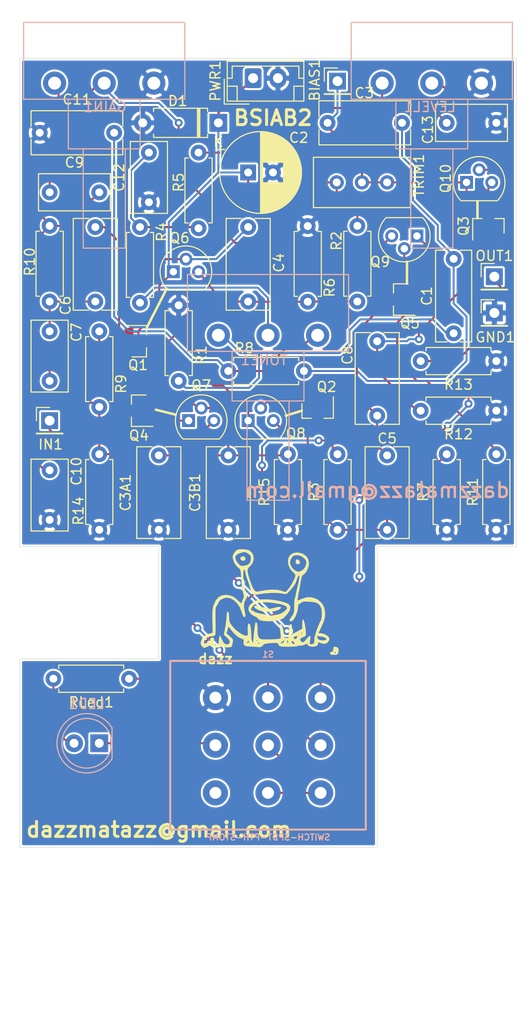
<source format=kicad_pcb>
(kicad_pcb (version 20171130) (host pcbnew "(5.1.12)-1")
  (layers (0 F.Cu signal) (31 B.Cu signal) (34 B.Paste user) (35 F.Paste user) (36 B.SilkS user) (37 F.SilkS user) (38 B.Mask user) (39 F.Mask user) (44 Edge.Cuts user))
  (net 0 "")
  (net 1 "Net-(C1-Pad1)")
  (net 2 "Net-(C1-Pad2)")
  (net 3 /9V)
  (net 4 GND)
  (net 5 /D5)
  (net 6 /S1D2)
  (net 7 /G1)
  (net 8 /S3D4)
  (net 9 /G3)
  (net 10 "Net-(C6-Pad1)")
  (net 11 "Net-(C7-Pad1)")
  (net 12 /G5)
  (net 13 /G4)
  (net 14 "Net-(C11-Pad2)")
  (net 15 "Net-(C12-Pad2)")
  (net 16 "Net-(C13-Pad2)")
  (net 17 /S2)
  (net 18 /S5)
  (net 19 /G2)
  (net 20 /S4)
  (net 21 "Net-(R4-Pad2)")
  (net 22 "Net-(S1-PadP$3)")
  (net 23 /PCB_IN)
  (net 24 "Net-(IN1-Pad1)")
  (net 25 "Net-(LED1-Pad1)")
  (net 26 "Net-(LED1-Pad2)")
  (net 27 /PCB_OUT)
  (net 28 "Net-(OUT1-Pad1)")
  (module toad-logo:toad (layer F.Cu) (at 125.4 155.2)
    (fp_text reference G*** hide)
    (fp_text value LOGO hide)
  )
  (module Potentiometer_THT:Potentiometer_Piher_T-16H_Single_Horizontal (layer B.Cu) (at 113.5 103 270)
    (fp_text reference GAIN1 (at 2.4 4.9 180) (layer B.SilkS) (effects (justify mirror)))
    (fp_text value A500K)
    (pad 3 thru_hole circle (at 0 10 270) (size 2.34 2.34) (drill 1.3) (layers *.Cu *.Mask) (net 11 "Net-(C7-Pad1)"))
    (pad 2 thru_hole circle (at 0 5 270) (size 2.34 2.34) (drill 1.3) (layers *.Cu *.Mask) (net 13 /G4))
    (pad 1 thru_hole circle (at 0 0 270) (size 2.34 2.34) (drill 1.3) (layers *.Cu *.Mask) (net 4 GND))
  )
  (module Capacitor_THT:C_Rect_L9.0mm_W3.4mm_P7.50mm_MKT (layer F.Cu) (at 143.7 120.7 270)
    (fp_text reference C1 (at 3.75 2.7 90) (layer F.SilkS))
    (fp_text value 100nF)
    (pad 1 thru_hole circle (at 0 0 270) (size 1.6 1.6) (drill 0.8) (layers *.Cu *.Mask) (net 1 "Net-(C1-Pad1)"))
    (pad 2 thru_hole circle (at 7.5 0 270) (size 1.6 1.6) (drill 0.8) (layers *.Cu *.Mask) (net 2 "Net-(C1-Pad2)"))
  )
  (module Diode_THT:D_A-405_P7.62mm_Horizontal (layer F.Cu) (at 120 107 180)
    (fp_text reference D1 (at 4.1 2.2) (layer F.SilkS))
    (fp_text value 1N400x)
    (fp_text user K (at 0 -1.9) (layer F.SilkS))
    (pad 1 thru_hole rect (at 0 0 180) (size 1.8 1.8) (drill 0.9) (layers *.Cu *.Mask) (net 3 /9V))
    (pad 2 thru_hole oval (at 7.62 0 180) (size 1.8 1.8) (drill 0.9) (layers *.Cu *.Mask) (net 4 GND))
  )
  (module Potentiometer_THT:Potentiometer_Piher_T-16H_Single_Horizontal (layer B.Cu) (at 146.5 103 270)
    (fp_text reference LEVEL1 (at 2.4 5.2 180) (layer B.SilkS) (effects (justify mirror)))
    (fp_text value A100K)
    (pad 3 thru_hole circle (at 0 10 270) (size 2.34 2.34) (drill 1.3) (layers *.Cu *.Mask) (net 16 "Net-(C13-Pad2)"))
    (pad 2 thru_hole circle (at 0 5 270) (size 2.34 2.34) (drill 1.3) (layers *.Cu *.Mask) (net 27 /PCB_OUT))
    (pad 1 thru_hole circle (at 0 0 270) (size 2.34 2.34) (drill 1.3) (layers *.Cu *.Mask) (net 4 GND))
  )
  (module Package_TO_SOT_SMD:SOT-23 (layer F.Cu) (at 112 129)
    (fp_text reference Q1 (at -0.1 2.4) (layer F.SilkS))
    (fp_text value 2N5457)
    (pad 1 smd rect (at -1 -0.95) (size 0.9 0.8) (layers F.Cu F.Paste F.Mask) (net 3 /9V))
    (pad 2 smd rect (at -1 0.95) (size 0.9 0.8) (layers F.Cu F.Paste F.Mask) (net 6 /S1D2))
    (pad 3 smd rect (at 1 0) (size 0.9 0.8) (layers F.Cu F.Paste F.Mask) (net 7 /G1))
  )
  (module Package_TO_SOT_SMD:SOT-23 (layer F.Cu) (at 130 136 270)
    (fp_text reference Q2 (at -2.4 -0.9 180) (layer F.SilkS))
    (fp_text value J201)
    (pad 1 smd rect (at -1 -0.95 270) (size 0.9 0.8) (layers F.Cu F.Paste F.Mask) (net 8 /S3D4))
    (pad 2 smd rect (at -1 0.95 270) (size 0.9 0.8) (layers F.Cu F.Paste F.Mask) (net 3 /9V))
    (pad 3 smd rect (at 1 0 270) (size 0.9 0.8) (layers F.Cu F.Paste F.Mask) (net 9 /G3))
  )
  (module Package_TO_SOT_SMD:SOT-23 (layer F.Cu) (at 147.2 117.4 90)
    (fp_text reference Q3 (at 0 -2.5 90) (layer F.SilkS))
    (fp_text value 2N5457)
    (pad 1 smd rect (at -1 -0.95 90) (size 0.9 0.8) (layers F.Cu F.Paste F.Mask) (net 5 /D5))
    (pad 2 smd rect (at -1 0.95 90) (size 0.9 0.8) (layers F.Cu F.Paste F.Mask) (net 18 /S5))
    (pad 3 smd rect (at 1 0 90) (size 0.9 0.8) (layers F.Cu F.Paste F.Mask) (net 12 /G5))
  )
  (module Package_TO_SOT_SMD:SOT-23 (layer F.Cu) (at 112 136 180)
    (fp_text reference Q4 (at 0 -2.5) (layer F.SilkS))
    (fp_text value 2N5457)
    (pad 3 smd rect (at 1 0 180) (size 0.9 0.8) (layers F.Cu F.Paste F.Mask) (net 19 /G2))
    (pad 2 smd rect (at -1 0.95 180) (size 0.9 0.8) (layers F.Cu F.Paste F.Mask) (net 17 /S2))
    (pad 1 smd rect (at -1 -0.95 180) (size 0.9 0.8) (layers F.Cu F.Paste F.Mask) (net 6 /S1D2))
  )
  (module Package_TO_SOT_SMD:SOT-23 (layer F.Cu) (at 138.4 124.8 180)
    (fp_text reference Q5 (at -0.9 -2.4) (layer F.SilkS))
    (fp_text value J201)
    (pad 1 smd rect (at -1 -0.95 180) (size 0.9 0.8) (layers F.Cu F.Paste F.Mask) (net 20 /S4))
    (pad 2 smd rect (at -1 0.95 180) (size 0.9 0.8) (layers F.Cu F.Paste F.Mask) (net 8 /S3D4))
    (pad 3 smd rect (at 1 0 180) (size 0.9 0.8) (layers F.Cu F.Paste F.Mask) (net 13 /G4))
  )
  (module Package_TO_SOT_THT:TO-92 (layer F.Cu) (at 115.46 122)
    (fp_text reference Q6 (at 0.64 -3.4) (layer F.SilkS))
    (fp_text value 2N5457)
    (pad 2 thru_hole circle (at 1.27 -1.27) (size 1.3 1.3) (drill 0.75) (layers *.Cu *.Mask) (net 6 /S1D2))
    (pad 3 thru_hole circle (at 2.54 0) (size 1.3 1.3) (drill 0.75) (layers *.Cu *.Mask) (net 7 /G1))
    (pad 1 thru_hole rect (at 0 0) (size 1.3 1.3) (drill 0.75) (layers *.Cu *.Mask) (net 3 /9V))
  )
  (module Package_TO_SOT_THT:TO-92 (layer F.Cu) (at 117 137)
    (fp_text reference Q7 (at 1.27 -3.56) (layer F.SilkS))
    (fp_text value 2N5457)
    (pad 1 thru_hole rect (at 0 0) (size 1.3 1.3) (drill 0.75) (layers *.Cu *.Mask) (net 6 /S1D2))
    (pad 3 thru_hole circle (at 2.54 0) (size 1.3 1.3) (drill 0.75) (layers *.Cu *.Mask) (net 19 /G2))
    (pad 2 thru_hole circle (at 1.27 -1.27) (size 1.3 1.3) (drill 0.75) (layers *.Cu *.Mask) (net 17 /S2))
  )
  (module Package_TO_SOT_THT:TO-92 (layer F.Cu) (at 123 137)
    (fp_text reference Q8 (at 4.8 1.3 180) (layer F.SilkS))
    (fp_text value J201)
    (pad 2 thru_hole circle (at 1.27 -1.27) (size 1.3 1.3) (drill 0.75) (layers *.Cu *.Mask) (net 8 /S3D4))
    (pad 3 thru_hole circle (at 2.54 0) (size 1.3 1.3) (drill 0.75) (layers *.Cu *.Mask) (net 9 /G3))
    (pad 1 thru_hole rect (at 0 0) (size 1.3 1.3) (drill 0.75) (layers *.Cu *.Mask) (net 3 /9V))
  )
  (module Package_TO_SOT_THT:TO-92 (layer F.Cu) (at 140 118.4 180)
    (fp_text reference Q9 (at 3.7 -2.6) (layer F.SilkS))
    (fp_text value J201)
    (pad 1 thru_hole rect (at 0 0 180) (size 1.3 1.3) (drill 0.75) (layers *.Cu *.Mask) (net 20 /S4))
    (pad 3 thru_hole circle (at 2.54 0 180) (size 1.3 1.3) (drill 0.75) (layers *.Cu *.Mask) (net 13 /G4))
    (pad 2 thru_hole circle (at 1.27 -1.27 180) (size 1.3 1.3) (drill 0.75) (layers *.Cu *.Mask) (net 8 /S3D4))
  )
  (module Package_TO_SOT_THT:TO-92 (layer F.Cu) (at 145 113)
    (fp_text reference Q10 (at -2.1 -0.4 90) (layer F.SilkS))
    (fp_text value 2N5457)
    (pad 2 thru_hole circle (at 1.27 -1.27) (size 1.3 1.3) (drill 0.75) (layers *.Cu *.Mask) (net 18 /S5))
    (pad 3 thru_hole circle (at 2.54 0) (size 1.3 1.3) (drill 0.75) (layers *.Cu *.Mask) (net 12 /G5))
    (pad 1 thru_hole rect (at 0 0) (size 1.3 1.3) (drill 0.75) (layers *.Cu *.Mask) (net 5 /D5))
  )
  (module Resistor_THT:R_Axial_DIN0207_L6.3mm_D2.5mm_P7.62mm_Horizontal (layer F.Cu) (at 116 133 90)
    (fp_text reference R1 (at 2.6 2.3 90) (layer F.SilkS))
    (fp_text value 82K)
    (pad 1 thru_hole circle (at 0 0 90) (size 1.6 1.6) (drill 0.8) (layers *.Cu *.Mask) (net 2 "Net-(C1-Pad2)"))
    (pad 2 thru_hole oval (at 7.62 0 90) (size 1.6 1.6) (drill 0.8) (layers *.Cu *.Mask) (net 4 GND))
  )
  (module Resistor_THT:R_Axial_DIN0207_L6.3mm_D2.5mm_P7.62mm_Horizontal (layer F.Cu) (at 134 125 90)
    (fp_text reference R2 (at 6.1 -2.1 90) (layer F.SilkS))
    (fp_text value 1M)
    (pad 2 thru_hole oval (at 7.62 0 90) (size 1.6 1.6) (drill 0.8) (layers *.Cu *.Mask) (net 3 /9V))
    (pad 1 thru_hole circle (at 0 0 90) (size 1.6 1.6) (drill 0.8) (layers *.Cu *.Mask) (net 7 /G1))
  )
  (module Resistor_THT:R_Axial_DIN0207_L6.3mm_D2.5mm_P7.62mm_Horizontal (layer F.Cu) (at 132 148 90)
    (fp_text reference R3 (at 3.81 -2.37 90) (layer F.SilkS))
    (fp_text value 1M)
    (pad 2 thru_hole oval (at 7.62 0 90) (size 1.6 1.6) (drill 0.8) (layers *.Cu *.Mask) (net 3 /9V))
    (pad 1 thru_hole circle (at 0 0 90) (size 1.6 1.6) (drill 0.8) (layers *.Cu *.Mask) (net 9 /G3))
  )
  (module Resistor_THT:R_Axial_DIN0207_L6.3mm_D2.5mm_P7.62mm_Horizontal (layer F.Cu) (at 112.1 117.5 270)
    (fp_text reference R4 (at 0.5 -2.2 90) (layer F.SilkS))
    (fp_text value 10K)
    (pad 2 thru_hole oval (at 7.62 0 270) (size 1.6 1.6) (drill 0.8) (layers *.Cu *.Mask) (net 21 "Net-(R4-Pad2)"))
    (pad 1 thru_hole circle (at 0 0 270) (size 1.6 1.6) (drill 0.8) (layers *.Cu *.Mask) (net 15 "Net-(C12-Pad2)"))
  )
  (module Resistor_THT:R_Axial_DIN0207_L6.3mm_D2.5mm_P7.62mm_Horizontal (layer F.Cu) (at 118 110 270)
    (fp_text reference R5 (at 3 2 90) (layer F.SilkS))
    (fp_text value 10K)
    (pad 1 thru_hole circle (at 0 0 270) (size 1.6 1.6) (drill 0.8) (layers *.Cu *.Mask) (net 16 "Net-(C13-Pad2)"))
    (pad 2 thru_hole oval (at 7.62 0 270) (size 1.6 1.6) (drill 0.8) (layers *.Cu *.Mask) (net 15 "Net-(C12-Pad2)"))
  )
  (module Resistor_THT:R_Axial_DIN0207_L6.3mm_D2.5mm_P7.62mm_Horizontal (layer F.Cu) (at 129 117.4 270)
    (fp_text reference R6 (at 6.2 -2.2 90) (layer F.SilkS))
    (fp_text value 1M)
    (pad 2 thru_hole oval (at 7.62 0 270) (size 1.6 1.6) (drill 0.8) (layers *.Cu *.Mask) (net 7 /G1))
    (pad 1 thru_hole circle (at 0 0 270) (size 1.6 1.6) (drill 0.8) (layers *.Cu *.Mask) (net 4 GND))
  )
  (module Resistor_THT:R_Axial_DIN0207_L6.3mm_D2.5mm_P7.62mm_Horizontal (layer F.Cu) (at 143 148 90)
    (fp_text reference R7 (at 3.81 -2.37 90) (layer F.SilkS))
    (fp_text value 1M)
    (pad 1 thru_hole circle (at 0 0 90) (size 1.6 1.6) (drill 0.8) (layers *.Cu *.Mask) (net 4 GND))
    (pad 2 thru_hole oval (at 7.62 0 90) (size 1.6 1.6) (drill 0.8) (layers *.Cu *.Mask) (net 9 /G3))
  )
  (module Resistor_THT:R_Axial_DIN0207_L6.3mm_D2.5mm_P7.62mm_Horizontal (layer F.Cu) (at 121 132)
    (fp_text reference R8 (at 1.609614 -2.310232 180) (layer F.SilkS))
    (fp_text value 47K)
    (pad 2 thru_hole oval (at 7.62 0) (size 1.6 1.6) (drill 0.8) (layers *.Cu *.Mask) (net 1 "Net-(C1-Pad1)"))
    (pad 1 thru_hole circle (at 0 0) (size 1.6 1.6) (drill 0.8) (layers *.Cu *.Mask) (net 14 "Net-(C11-Pad2)"))
  )
  (module Resistor_THT:R_Axial_DIN0207_L6.3mm_D2.5mm_P7.62mm_Horizontal (layer F.Cu) (at 108 128 270)
    (fp_text reference R9 (at 5.3 -2.2 90) (layer F.SilkS))
    (fp_text value 390R)
    (pad 1 thru_hole circle (at 0 0 270) (size 1.6 1.6) (drill 0.8) (layers *.Cu *.Mask) (net 19 /G2))
    (pad 2 thru_hole oval (at 7.62 0 270) (size 1.6 1.6) (drill 0.8) (layers *.Cu *.Mask) (net 23 /PCB_IN))
  )
  (module Resistor_THT:R_Axial_DIN0207_L6.3mm_D2.5mm_P7.62mm_Horizontal (layer F.Cu) (at 103 117.38 270)
    (fp_text reference R10 (at 3.62 2 90) (layer F.SilkS))
    (fp_text value 470K)
    (pad 1 thru_hole circle (at 0 0 270) (size 1.6 1.6) (drill 0.8) (layers *.Cu *.Mask) (net 11 "Net-(C7-Pad1)"))
    (pad 2 thru_hole oval (at 7.62 0 270) (size 1.6 1.6) (drill 0.8) (layers *.Cu *.Mask) (net 10 "Net-(C6-Pad1)"))
  )
  (module Resistor_THT:R_Axial_DIN0207_L6.3mm_D2.5mm_P7.62mm_Horizontal (layer F.Cu) (at 148 148 90)
    (fp_text reference R11 (at 3.81 -2.37 90) (layer F.SilkS))
    (fp_text value 120R)
    (pad 2 thru_hole oval (at 7.62 0 90) (size 1.6 1.6) (drill 0.8) (layers *.Cu *.Mask) (net 20 /S4))
    (pad 1 thru_hole circle (at 0 0 90) (size 1.6 1.6) (drill 0.8) (layers *.Cu *.Mask) (net 4 GND))
  )
  (module Resistor_THT:R_Axial_DIN0207_L6.3mm_D2.5mm_P7.62mm_Horizontal (layer F.Cu) (at 148 136 180)
    (fp_text reference R12 (at 3.81 -2.37) (layer F.SilkS))
    (fp_text value 82K)
    (pad 2 thru_hole oval (at 7.62 0 180) (size 1.6 1.6) (drill 0.8) (layers *.Cu *.Mask) (net 12 /G5))
    (pad 1 thru_hole circle (at 0 0 180) (size 1.6 1.6) (drill 0.8) (layers *.Cu *.Mask) (net 4 GND))
  )
  (module Resistor_THT:R_Axial_DIN0207_L6.3mm_D2.5mm_P7.62mm_Horizontal (layer F.Cu) (at 148 131 180)
    (fp_text reference R13 (at 3.81 -2.37) (layer F.SilkS))
    (fp_text value 5K6)
    (pad 1 thru_hole circle (at 0 0 180) (size 1.6 1.6) (drill 0.8) (layers *.Cu *.Mask) (net 4 GND))
    (pad 2 thru_hole oval (at 7.62 0 180) (size 1.6 1.6) (drill 0.8) (layers *.Cu *.Mask) (net 18 /S5))
  )
  (module Resistor_THT:R_Axial_DIN0207_L6.3mm_D2.5mm_P7.62mm_Horizontal (layer F.Cu) (at 108 148 90)
    (fp_text reference R14 (at 1.9 -2.1 90) (layer F.SilkS))
    (fp_text value 1M)
    (pad 1 thru_hole circle (at 0 0 90) (size 1.6 1.6) (drill 0.8) (layers *.Cu *.Mask) (net 4 GND))
    (pad 2 thru_hole oval (at 7.62 0 90) (size 1.6 1.6) (drill 0.8) (layers *.Cu *.Mask) (net 23 /PCB_IN))
  )
  (module Resistor_THT:R_Axial_DIN0207_L6.3mm_D2.5mm_P7.62mm_Horizontal (layer F.Cu) (at 127 148 90)
    (fp_text reference R15 (at 3.81 -2.37 90) (layer F.SilkS))
    (fp_text value 680)
    (pad 1 thru_hole circle (at 0 0 90) (size 1.6 1.6) (drill 0.8) (layers *.Cu *.Mask) (net 4 GND))
    (pad 2 thru_hole oval (at 7.62 0 90) (size 1.6 1.6) (drill 0.8) (layers *.Cu *.Mask) (net 17 /S2))
  )
  (module Potentiometer_THT:Potentiometer_Piher_T-16H_Single_Horizontal (layer B.Cu) (at 130 128.4 270)
    (fp_text reference TONE1 (at 2.5 5.4 180) (layer B.SilkS) (effects (justify mirror)))
    (fp_text value B100K)
    (pad 3 thru_hole circle (at 0 10 270) (size 2.34 2.34) (drill 1.3) (layers *.Cu *.Mask) (net 2 "Net-(C1-Pad2)"))
    (pad 2 thru_hole circle (at 0 5 270) (size 2.34 2.34) (drill 1.3) (layers *.Cu *.Mask) (net 21 "Net-(R4-Pad2)"))
    (pad 1 thru_hole circle (at 0 0 270) (size 2.34 2.34) (drill 1.3) (layers *.Cu *.Mask) (net 14 "Net-(C11-Pad2)"))
  )
  (module Potentiometer_THT:Potentiometer_Bourns_3296W_Vertical (layer F.Cu) (at 137 113)
    (fp_text reference TRIM1 (at 3.2 -0.7 90) (layer F.SilkS))
    (fp_text value 100K)
    (pad 1 thru_hole circle (at 0 0) (size 1.44 1.44) (drill 0.8) (layers *.Cu *.Mask) (net 5 /D5))
    (pad 2 thru_hole circle (at -2.54 0) (size 1.44 1.44) (drill 0.8) (layers *.Cu *.Mask) (net 5 /D5))
    (pad 3 thru_hole circle (at -5.08 0) (size 1.44 1.44) (drill 0.8) (layers *.Cu *.Mask) (net 3 /9V))
  )
  (module Capacitor_THT:CP_Radial_D8.0mm_P2.50mm (layer F.Cu) (at 123 112)
    (fp_text reference C2 (at 5.1 -3.5) (layer F.SilkS))
    (fp_text value 100uF)
    (pad 1 thru_hole rect (at 0 0) (size 1.6 1.6) (drill 0.8) (layers *.Cu *.Mask) (net 3 /9V))
    (pad 2 thru_hole circle (at 2.5 0) (size 1.6 1.6) (drill 0.8) (layers *.Cu *.Mask) (net 4 GND))
  )
  (module Capacitor_THT:C_Rect_L7.0mm_W3.5mm_P5.00mm (layer F.Cu) (at 103 133 90)
    (fp_text reference C7 (at 4.9 2.7 270) (layer F.SilkS))
    (fp_text value 470pF)
    (pad 1 thru_hole circle (at 0 0 90) (size 1.6 1.6) (drill 0.8) (layers *.Cu *.Mask) (net 11 "Net-(C7-Pad1)"))
    (pad 2 thru_hole circle (at 5 0 90) (size 1.6 1.6) (drill 0.8) (layers *.Cu *.Mask) (net 10 "Net-(C6-Pad1)"))
  )
  (module Capacitor_THT:C_Rect_L7.0mm_W3.5mm_P5.00mm (layer F.Cu) (at 103 114)
    (fp_text reference C9 (at 2.5 -3) (layer F.SilkS))
    (fp_text value 150pF)
    (pad 2 thru_hole circle (at 5 0) (size 1.6 1.6) (drill 0.8) (layers *.Cu *.Mask) (net 11 "Net-(C7-Pad1)"))
    (pad 1 thru_hole circle (at 0 0) (size 1.6 1.6) (drill 0.8) (layers *.Cu *.Mask) (net 13 /G4))
  )
  (module Capacitor_THT:C_Rect_L7.0mm_W3.5mm_P5.00mm (layer F.Cu) (at 103 147 90)
    (fp_text reference C10 (at 4.9 2.7 270) (layer F.SilkS))
    (fp_text value 250pF)
    (pad 1 thru_hole circle (at 0 0 90) (size 1.6 1.6) (drill 0.8) (layers *.Cu *.Mask) (net 4 GND))
    (pad 2 thru_hole circle (at 5 0 90) (size 1.6 1.6) (drill 0.8) (layers *.Cu *.Mask) (net 23 /PCB_IN))
  )
  (module Capacitor_THT:C_Rect_L7.0mm_W3.5mm_P5.00mm (layer F.Cu) (at 113 115 90)
    (fp_text reference C12 (at 2.5 -3 90) (layer F.SilkS))
    (fp_text value 2.2nF)
    (pad 1 thru_hole circle (at 0 0 90) (size 1.6 1.6) (drill 0.8) (layers *.Cu *.Mask) (net 4 GND))
    (pad 2 thru_hole circle (at 5 0 90) (size 1.6 1.6) (drill 0.8) (layers *.Cu *.Mask) (net 15 "Net-(C12-Pad2)"))
  )
  (module Capacitor_THT:C_Rect_L7.0mm_W3.5mm_P5.00mm (layer F.Cu) (at 148 107 180)
    (fp_text reference C13 (at 6.9 -0.7 90) (layer F.SilkS))
    (fp_text value 2.2nF)
    (pad 2 thru_hole circle (at 5 0 180) (size 1.6 1.6) (drill 0.8) (layers *.Cu *.Mask) (net 16 "Net-(C13-Pad2)"))
    (pad 1 thru_hole circle (at 0 0 180) (size 1.6 1.6) (drill 0.8) (layers *.Cu *.Mask) (net 4 GND))
  )
  (module Capacitor_THT:C_Rect_L9.0mm_W4.2mm_P7.50mm_MKT (layer F.Cu) (at 131 107)
    (fp_text reference C3 (at 3.7 -3) (layer F.SilkS))
    (fp_text value 1uF)
    (pad 1 thru_hole circle (at 0 0) (size 1.6 1.6) (drill 0.8) (layers *.Cu *.Mask) (net 5 /D5))
    (pad 2 thru_hole circle (at 7.5 0) (size 1.6 1.6) (drill 0.8) (layers *.Cu *.Mask) (net 1 "Net-(C1-Pad1)"))
  )
  (module Capacitor_THT:C_Rect_L9.0mm_W4.2mm_P7.50mm_MKT (layer F.Cu) (at 123 125 90)
    (fp_text reference C4 (at 3.9 3.1 90) (layer F.SilkS))
    (fp_text value 68nF)
    (pad 1 thru_hole circle (at 0 0 90) (size 1.6 1.6) (drill 0.8) (layers *.Cu *.Mask) (net 7 /G1))
    (pad 2 thru_hole circle (at 7.5 0 90) (size 1.6 1.6) (drill 0.8) (layers *.Cu *.Mask) (net 6 /S1D2))
  )
  (module Capacitor_THT:C_Rect_L9.0mm_W4.2mm_P7.50mm_MKT (layer F.Cu) (at 137 148 90)
    (fp_text reference C5 (at 9.2 0 180) (layer F.SilkS))
    (fp_text value 100nF)
    (pad 1 thru_hole circle (at 0 0 90) (size 1.6 1.6) (drill 0.8) (layers *.Cu *.Mask) (net 9 /G3))
    (pad 2 thru_hole circle (at 7.5 0 90) (size 1.6 1.6) (drill 0.8) (layers *.Cu *.Mask) (net 8 /S3D4))
  )
  (module Capacitor_THT:C_Rect_L9.0mm_W4.2mm_P7.50mm_MKT (layer F.Cu) (at 107.6 125 90)
    (fp_text reference C6 (at -0.4 -3 90) (layer F.SilkS))
    (fp_text value 22nF)
    (pad 2 thru_hole circle (at 7.5 0 90) (size 1.6 1.6) (drill 0.8) (layers *.Cu *.Mask) (net 6 /S1D2))
    (pad 1 thru_hole circle (at 0 0 90) (size 1.6 1.6) (drill 0.8) (layers *.Cu *.Mask) (net 10 "Net-(C6-Pad1)"))
  )
  (module Capacitor_THT:C_Rect_L9.0mm_W4.2mm_P7.50mm_MKT (layer F.Cu) (at 136 129 270)
    (fp_text reference C8 (at 1.4 3 90) (layer F.SilkS))
    (fp_text value 22nF)
    (pad 2 thru_hole circle (at 7.5 0 270) (size 1.6 1.6) (drill 0.8) (layers *.Cu *.Mask) (net 8 /S3D4))
    (pad 1 thru_hole circle (at 0 0 270) (size 1.6 1.6) (drill 0.8) (layers *.Cu *.Mask) (net 12 /G5))
  )
  (module Capacitor_THT:C_Rect_L9.0mm_W4.2mm_P7.50mm_MKT (layer F.Cu) (at 102 108)
    (fp_text reference C11 (at 3.75 -3.35) (layer F.SilkS))
    (fp_text value 22nF)
    (pad 2 thru_hole circle (at 7.5 0) (size 1.6 1.6) (drill 0.8) (layers *.Cu *.Mask) (net 14 "Net-(C11-Pad2)"))
    (pad 1 thru_hole circle (at 0 0) (size 1.6 1.6) (drill 0.8) (layers *.Cu *.Mask) (net 4 GND))
  )
  (module Capacitor_THT:C_Rect_L9.0mm_W4.2mm_P7.50mm_MKT (layer F.Cu) (at 114 148 90)
    (fp_text reference C3A1 (at 3.75 -3.35 90) (layer F.SilkS))
    (fp_text value 1uF)
    (pad 1 thru_hole circle (at 0 0 90) (size 1.6 1.6) (drill 0.8) (layers *.Cu *.Mask) (net 4 GND))
    (pad 2 thru_hole circle (at 7.5 0 90) (size 1.6 1.6) (drill 0.8) (layers *.Cu *.Mask) (net 17 /S2))
  )
  (module Capacitor_THT:C_Rect_L9.0mm_W4.2mm_P7.50mm_MKT (layer F.Cu) (at 121 148 90)
    (fp_text reference C3B1 (at 3.75 -3.35 90) (layer F.SilkS))
    (fp_text value 220nF)
    (pad 2 thru_hole circle (at 7.5 0 90) (size 1.6 1.6) (drill 0.8) (layers *.Cu *.Mask) (net 17 /S2))
    (pad 1 thru_hole circle (at 0 0 90) (size 1.6 1.6) (drill 0.8) (layers *.Cu *.Mask) (net 4 GND))
  )
  (module Connector_JST:JST_EH_B2B-EH-A_1x02_P2.50mm_Vertical (layer F.Cu) (at 123.5 102.5)
    (fp_text reference PWR1 (at -3.8 0.3 90) (layer F.SilkS))
    (fp_text value Conn_01x02_Female)
    (pad 1 thru_hole roundrect (at 0 0) (size 1.7 2) (drill 1) (layers *.Cu *.Mask) (roundrect_rratio 0.1470588235294118) (net 3 /9V))
    (pad 2 thru_hole oval (at 2.5 0) (size 1.7 2) (drill 1) (layers *.Cu *.Mask) (net 4 GND))
  )
  (module Connector_PinHeader_2.54mm:PinHeader_1x01_P2.54mm_Vertical (layer F.Cu) (at 132 102.8)
    (fp_text reference BIAS1 (at -2.3 -0.1 90) (layer F.SilkS))
    (fp_text value BIAS)
    (pad 1 thru_hole rect (at 0 0) (size 1.7 1.7) (drill 1) (layers *.Cu *.Mask) (net 5 /D5))
  )
  (module Connector_PinHeader_2.54mm:PinHeader_1x01_P2.54mm_Vertical (layer F.Cu) (at 147.8 126.15)
    (fp_text reference GND1 (at 0.1 2.45) (layer F.SilkS))
    (fp_text value GND)
    (pad 1 thru_hole rect (at 0 0) (size 1.7 1.7) (drill 1) (layers *.Cu *.Mask) (net 4 GND))
  )
  (module Connector_PinHeader_2.54mm:PinHeader_1x01_P2.54mm_Vertical (layer F.Cu) (at 103 137)
    (fp_text reference IN1 (at 0.1 2.4) (layer F.SilkS))
    (fp_text value IN)
    (pad 1 thru_hole rect (at 0 0) (size 1.7 1.7) (drill 1) (layers *.Cu *.Mask) (net 24 "Net-(IN1-Pad1)"))
  )
  (module Connector_PinHeader_2.54mm:PinHeader_1x01_P2.54mm_Vertical (layer F.Cu) (at 147.8 122.5)
    (fp_text reference OUT1 (at 0 -2.1) (layer F.SilkS))
    (fp_text value OUT)
    (pad 1 thru_hole rect (at 0 0) (size 1.7 1.7) (drill 1) (layers *.Cu *.Mask) (net 28 "Net-(OUT1-Pad1)"))
  )
  (module LED_THT:LED_D5.0mm (layer B.Cu) (at 108 169.5 180)
    (fp_text reference LED1 (at 1.27 3.96) (layer B.SilkS) (effects (justify mirror)))
    (fp_text value LED)
    (pad 1 thru_hole rect (at 0 0 180) (size 1.8 1.8) (drill 0.9) (layers *.Cu *.Mask) (net 25 "Net-(LED1-Pad1)"))
    (pad 2 thru_hole circle (at 2.54 0 180) (size 1.8 1.8) (drill 0.9) (layers *.Cu *.Mask) (net 26 "Net-(LED1-Pad2)"))
  )
  (module Resistor_THT:R_Axial_DIN0207_L6.3mm_D2.5mm_P7.62mm_Horizontal (layer F.Cu) (at 111 163 180)
    (fp_text reference RLed1 (at 3.81 -2.37) (layer F.SilkS))
    (fp_text value 4K7)
    (pad 1 thru_hole circle (at 0 0 180) (size 1.6 1.6) (drill 0.8) (layers *.Cu *.Mask) (net 3 /9V))
    (pad 2 thru_hole oval (at 7.62 0 180) (size 1.6 1.6) (drill 0.8) (layers *.Cu *.Mask) (net 26 "Net-(LED1-Pad2)"))
  )
  (module Switches:STOMP_SWITCH_3PDT (layer B.Cu) (at 125 169.7 180)
    (fp_text reference S1 (at 0 9.144) (layer B.SilkS) (effects (font (size 0.6096 0.6096) (thickness 0.127)) (justify mirror)))
    (fp_text value SWITCH-3PDT-PTH-STOMP (at 0 -9.271) (layer B.SilkS) (effects (font (size 0.6096 0.6096) (thickness 0.127)) (justify mirror)))
    (pad P$9 thru_hole circle (at 5.29844 -4.79806 180) (size 2.54 2.54) (drill 1.19888) (layers *.Cu *.Mask))
    (pad P$8 thru_hole circle (at 5.29844 0 180) (size 2.54 2.54) (drill 1.19888) (layers *.Cu *.Mask) (net 25 "Net-(LED1-Pad1)"))
    (pad P$7 thru_hole circle (at 5.29844 4.79806 180) (size 2.54 2.54) (drill 1.19888) (layers *.Cu *.Mask) (net 4 GND))
    (pad P$6 thru_hole circle (at 0 -4.79806 180) (size 2.54 2.54) (drill 1.19888) (layers *.Cu *.Mask) (net 22 "Net-(S1-PadP$3)"))
    (pad P$5 thru_hole circle (at 0 0 180) (size 2.54 2.54) (drill 1.19888) (layers *.Cu *.Mask) (net 28 "Net-(OUT1-Pad1)"))
    (pad P$4 thru_hole circle (at 0 4.79806 180) (size 2.54 2.54) (drill 1.19888) (layers *.Cu *.Mask) (net 27 /PCB_OUT))
    (pad P$3 thru_hole circle (at -5.29844 -4.79806 180) (size 2.54 2.54) (drill 1.19888) (layers *.Cu *.Mask) (net 22 "Net-(S1-PadP$3)"))
    (pad P$2 thru_hole circle (at -5.29844 0 180) (size 2.54 2.54) (drill 1.19888) (layers *.Cu *.Mask) (net 24 "Net-(IN1-Pad1)"))
    (pad P$1 thru_hole circle (at -5.29844 4.79806 180) (size 2.54 2.54) (drill 1.19888) (layers *.Cu *.Mask) (net 23 /PCB_IN))
  )
  (gr_text dazzmatazz@gmail.com (at 114 178.2) (layer F.SilkS) (effects (font (size 1.5 1.5) (thickness 0.3))))
  (gr_text dazz (at 119.7 161) (layer F.SilkS) (effects (font (size 1 1) (thickness 0.2))))
  (gr_line (start 100 180) (end 103 180) (layer Edge.Cuts) (width 0.05))
  (gr_line (start 100 161) (end 103 161) (layer Edge.Cuts) (width 0.05))
  (gr_line (start 103 180) (end 114 180) (layer Edge.Cuts) (width 0.05))
  (gr_line (start 100 161) (end 100 180) (layer Edge.Cuts) (width 0.05))
  (gr_line (start 114 161) (end 103 161) (layer Edge.Cuts) (width 0.05))
  (gr_line (start 114 149.7) (end 114 161) (layer Edge.Cuts) (width 0.05))
  (gr_line (start 136 149.7) (end 150 149.7) (layer Edge.Cuts) (width 0.05))
  (gr_line (start 136 180) (end 136 149.7) (layer Edge.Cuts) (width 0.05))
  (gr_line (start 114 180) (end 136 180) (layer Edge.Cuts) (width 0.05))
  (gr_line (start 100 149.7) (end 114 149.7) (layer Edge.Cuts) (width 0.05))
  (gr_line (start 146.1 114.9) (end 146.1 116.6) (layer F.SilkS) (width 0.25))
  (gr_line (start 139 121) (end 139 123.2) (layer F.SilkS) (width 0.25))
  (gr_line (start 112.8 127.6) (end 114.8 123.7) (layer F.SilkS) (width 0.25))
  (gr_line (start 126.8 136.5) (end 128.4 136) (layer F.SilkS) (width 0.25))
  (gr_line (start 113.7 135.9) (end 115.7 136.4) (layer F.SilkS) (width 0.25))
  (gr_text BSIAB2 (at 125.5 106.5) (layer F.SilkS) (effects (font (size 1.5 1.5) (thickness 0.3))))
  (gr_text dazzmatazz@gmail.com (at 136 144) (layer B.SilkS) (effects (font (size 1.5 1.5) (thickness 0.25)) (justify mirror)))
  (gr_line (start 100 149.7) (end 100 100.5) (layer Edge.Cuts) (width 0.05))
  (gr_line (start 150 100.5) (end 150 149.7) (layer Edge.Cuts) (width 0.05))
  (gr_line (start 100 100.5) (end 150 100.5) (layer Edge.Cuts) (width 0.05))
  (segment (start 128.62 132) (end 134 132) (width 0.2) (layer B.Cu) (net 1))
  (segment (start 134 132) (end 135 133) (width 0.2) (layer B.Cu) (net 1))
  (segment (start 135 133) (end 143 133) (width 0.2) (layer B.Cu) (net 1))
  (segment (start 143 133) (end 145 131) (width 0.2) (layer B.Cu) (net 1))
  (segment (start 145 131) (end 145 126.5) (width 0.2) (layer B.Cu) (net 1))
  (segment (start 143.7 125.2) (end 143.7 120.7) (width 0.2) (layer B.Cu) (net 1))
  (segment (start 145 126.5) (end 143.7 125.2) (width 0.2) (layer B.Cu) (net 1))
  (segment (start 143.7 120.7) (end 143.7 120.4) (width 0.2) (layer B.Cu) (net 1))
  (segment (start 143.7 120.4) (end 142.1 118.8) (width 0.2) (layer B.Cu) (net 1))
  (segment (start 142.1 118.8) (end 142.1 117.3) (width 0.2) (layer B.Cu) (net 1))
  (segment (start 142.1 117.3) (end 139.6 114.8) (width 0.2) (layer B.Cu) (net 1))
  (segment (start 139.6 114.8) (end 139.6 111.5) (width 0.2) (layer B.Cu) (net 1))
  (segment (start 138.5 110.4) (end 138.5 107) (width 0.2) (layer B.Cu) (net 1))
  (segment (start 139.6 111.5) (end 138.5 110.4) (width 0.2) (layer B.Cu) (net 1))
  (segment (start 116 133) (end 116 132.7) (width 0.2) (layer B.Cu) (net 2))
  (segment (start 143.7 128.2) (end 143 128.2) (width 0.2) (layer B.Cu) (net 2))
  (segment (start 143 128.2) (end 141.6 126.8) (width 0.2) (layer B.Cu) (net 2))
  (segment (start 141.6 126.8) (end 134.3 126.8) (width 0.2) (layer B.Cu) (net 2))
  (segment (start 134.3 126.8) (end 133.2 127.9) (width 0.2) (layer B.Cu) (net 2))
  (segment (start 133.2 127.9) (end 133.2 129.2) (width 0.2) (layer B.Cu) (net 2))
  (segment (start 133.2 129.2) (end 132.2 130.2) (width 0.2) (layer B.Cu) (net 2))
  (segment (start 122.2 130.2) (end 120 128) (width 0.2) (layer B.Cu) (net 2))
  (segment (start 120 128) (end 120.6 128) (width 0.2) (layer B.Cu) (net 2))
  (segment (start 124.1 131.5) (end 124.1 132.7) (width 0.2) (layer B.Cu) (net 2))
  (segment (start 124.1 132.7) (end 123.1 133.7) (width 0.2) (layer B.Cu) (net 2))
  (segment (start 116.7 133.7) (end 116 133) (width 0.2) (layer B.Cu) (net 2))
  (segment (start 123.1 133.7) (end 116.7 133.7) (width 0.2) (layer B.Cu) (net 2))
  (segment (start 124.1 131.5) (end 124.1 130.2) (width 0.2) (layer B.Cu) (net 2))
  (segment (start 124.1 130.2) (end 122.2 130.2) (width 0.2) (layer B.Cu) (net 2))
  (segment (start 132.2 130.2) (end 124.1 130.2) (width 0.2) (layer B.Cu) (net 2))
  (segment (start 117 131) (end 113 131) (width 0.2) (layer F.Cu) (net 3))
  (segment (start 113 131) (end 111.95 129.95) (width 0.2) (layer F.Cu) (net 3))
  (segment (start 119.479981 133.479981) (end 117 131) (width 0.2) (layer F.Cu) (net 3))
  (segment (start 123 136) (end 120.479981 133.479981) (width 0.2) (layer F.Cu) (net 3))
  (segment (start 111.95 129.95) (end 111.95 128.05) (width 0.2) (layer F.Cu) (net 3))
  (segment (start 120.479981 133.479981) (end 119.479981 133.479981) (width 0.2) (layer F.Cu) (net 3))
  (segment (start 123 137) (end 123 136) (width 0.2) (layer F.Cu) (net 3))
  (segment (start 111.95 128.05) (end 111 128.05) (width 0.2) (layer F.Cu) (net 3))
  (segment (start 120 112) (end 123 112) (width 0.2) (layer B.Cu) (net 3))
  (segment (start 115 117) (end 120 112) (width 0.2) (layer B.Cu) (net 3))
  (segment (start 115 122) (end 115 117) (width 0.2) (layer B.Cu) (net 3))
  (segment (start 125 139) (end 123 137) (width 0.2) (layer B.Cu) (net 3))
  (segment (start 123 112) (end 123 113) (width 0.2) (layer F.Cu) (net 3))
  (segment (start 123 113) (end 124 114) (width 0.2) (layer F.Cu) (net 3))
  (segment (start 114.05 123.41) (end 115.46 122) (width 0.2) (layer F.Cu) (net 3))
  (segment (start 120 107) (end 120 112) (width 0.2) (layer B.Cu) (net 3))
  (segment (start 131.5 139.88) (end 132 140.38) (width 0.2) (layer F.Cu) (net 3))
  (segment (start 130.9 136.1) (end 131.5 136.7) (width 0.2) (layer F.Cu) (net 3))
  (segment (start 129.9 136.1) (end 130.9 136.1) (width 0.2) (layer F.Cu) (net 3))
  (segment (start 129.05 135.25) (end 129.9 136.1) (width 0.2) (layer F.Cu) (net 3))
  (segment (start 129.05 135) (end 129.05 135.25) (width 0.2) (layer F.Cu) (net 3))
  (via (at 130.1 139) (size 0.8) (drill 0.4) (layers F.Cu B.Cu) (net 3))
  (segment (start 131.5 139) (end 130.1 139) (width 0.2) (layer F.Cu) (net 3))
  (segment (start 131.5 136.7) (end 131.5 139) (width 0.2) (layer F.Cu) (net 3))
  (segment (start 131.5 139) (end 131.5 139.88) (width 0.2) (layer F.Cu) (net 3))
  (segment (start 130.1 139) (end 129.6 139) (width 0.2) (layer B.Cu) (net 3))
  (segment (start 129.6 139) (end 125 139) (width 0.2) (layer B.Cu) (net 3))
  (segment (start 130 139) (end 129.6 139) (width 0.2) (layer B.Cu) (net 3))
  (segment (start 111.95 128.05) (end 111.95 127.95) (width 0.2) (layer F.Cu) (net 3))
  (segment (start 114.05 125.85) (end 114.05 123.41) (width 0.2) (layer F.Cu) (net 3))
  (segment (start 111.95 127.95) (end 114.05 125.85) (width 0.2) (layer F.Cu) (net 3))
  (segment (start 131.92 114.12) (end 131.92 113) (width 0.2) (layer F.Cu) (net 3))
  (segment (start 134 116.2) (end 131.92 114.12) (width 0.2) (layer F.Cu) (net 3))
  (segment (start 134 117.38) (end 134 116.2) (width 0.2) (layer F.Cu) (net 3))
  (segment (start 131.92 113) (end 130 113) (width 0.2) (layer F.Cu) (net 3))
  (segment (start 129 114) (end 124 114) (width 0.2) (layer F.Cu) (net 3))
  (segment (start 130 113) (end 129 114) (width 0.2) (layer F.Cu) (net 3))
  (segment (start 120 106) (end 123.5 102.5) (width 0.2) (layer F.Cu) (net 3))
  (segment (start 120 107) (end 120 106) (width 0.2) (layer F.Cu) (net 3))
  (segment (start 111 163) (end 114.6 163) (width 0.2) (layer F.Cu) (net 3))
  (segment (start 114.6 163) (end 115 163) (width 0.2) (layer F.Cu) (net 3))
  (via (at 124.4 141.5) (size 0.8) (drill 0.4) (layers F.Cu B.Cu) (net 3))
  (segment (start 124.4 139.6) (end 125 139) (width 0.2) (layer B.Cu) (net 3))
  (segment (start 124.4 141.5) (end 124.4 139.6) (width 0.2) (layer B.Cu) (net 3))
  (segment (start 124.4 141.5) (end 124.4 153.6) (width 0.2) (layer F.Cu) (net 3))
  (segment (start 115 163) (end 124.4 153.6) (width 0.2) (layer F.Cu) (net 3))
  (segment (start 148 126) (end 148 125.116009) (width 0.2) (layer B.Cu) (net 4))
  (segment (start 148 126) (end 148 125.9) (width 0.2) (layer B.Cu) (net 4))
  (segment (start 131 107) (end 131 107.4) (width 0.2) (layer F.Cu) (net 5))
  (segment (start 134.46 110.86) (end 134.46 113) (width 0.2) (layer F.Cu) (net 5))
  (segment (start 131 107.4) (end 134.46 110.86) (width 0.2) (layer F.Cu) (net 5))
  (segment (start 137 113) (end 134.46 113) (width 0.2) (layer F.Cu) (net 5))
  (segment (start 142 113) (end 145 113) (width 0.2) (layer F.Cu) (net 5))
  (segment (start 137 113) (end 142 113) (width 0.2) (layer F.Cu) (net 5))
  (segment (start 146.25 118.4) (end 146.25 117.85) (width 0.2) (layer F.Cu) (net 5))
  (segment (start 145 116.6) (end 145 113) (width 0.2) (layer F.Cu) (net 5))
  (segment (start 146.25 117.85) (end 145 116.6) (width 0.2) (layer F.Cu) (net 5))
  (segment (start 132 106) (end 131 107) (width 0.2) (layer B.Cu) (net 5))
  (segment (start 132 103) (end 132 106) (width 0.2) (layer B.Cu) (net 5))
  (segment (start 111 129.95) (end 110.95 129.95) (width 0.2) (layer F.Cu) (net 6))
  (segment (start 110.95 129.95) (end 110 129) (width 0.2) (layer F.Cu) (net 6))
  (segment (start 110 129) (end 110 124) (width 0.2) (layer F.Cu) (net 6))
  (segment (start 107.6 117.5) (end 107.6 117.6) (width 0.2) (layer F.Cu) (net 6))
  (segment (start 119.77 120.73) (end 123 117.5) (width 0.2) (layer B.Cu) (net 6))
  (segment (start 116.73 120.73) (end 119.77 120.73) (width 0.2) (layer B.Cu) (net 6))
  (segment (start 113.05 137) (end 113 136.95) (width 0.2) (layer F.Cu) (net 6))
  (segment (start 117 137) (end 113.05 137) (width 0.2) (layer F.Cu) (net 6))
  (segment (start 111 129.95) (end 111 132) (width 0.2) (layer F.Cu) (net 6))
  (segment (start 111 132) (end 112 133) (width 0.2) (layer F.Cu) (net 6))
  (segment (start 112 135.95) (end 113 136.95) (width 0.2) (layer F.Cu) (net 6))
  (segment (start 112 133) (end 112 135.95) (width 0.2) (layer F.Cu) (net 6))
  (segment (start 107.6 117.5) (end 108.5 117.5) (width 0.2) (layer F.Cu) (net 6))
  (segment (start 108.5 117.5) (end 110 119) (width 0.2) (layer F.Cu) (net 6))
  (segment (start 116.73 120.73) (end 110.27 120.73) (width 0.2) (layer F.Cu) (net 6))
  (segment (start 110.27 120.73) (end 110 121) (width 0.2) (layer F.Cu) (net 6))
  (segment (start 110 121) (end 110 124) (width 0.2) (layer F.Cu) (net 6))
  (segment (start 110 119) (end 110 121) (width 0.2) (layer F.Cu) (net 6))
  (segment (start 123 125) (end 120.54 125) (width 0.2) (layer F.Cu) (net 7))
  (segment (start 115 129) (end 119.77 124.23) (width 0.2) (layer F.Cu) (net 7))
  (segment (start 113 129) (end 115 129) (width 0.2) (layer F.Cu) (net 7))
  (segment (start 120.54 125) (end 119.77 124.23) (width 0.2) (layer F.Cu) (net 7))
  (segment (start 119.77 124.23) (end 118 122) (width 0.2) (layer F.Cu) (net 7))
  (segment (start 129.02 125) (end 129 125.02) (width 0.2) (layer F.Cu) (net 7))
  (segment (start 134 125) (end 129.02 125) (width 0.2) (layer F.Cu) (net 7))
  (segment (start 123.02 125.02) (end 123 125) (width 0.2) (layer F.Cu) (net 7))
  (segment (start 129 125.02) (end 123.02 125.02) (width 0.2) (layer F.Cu) (net 7))
  (segment (start 134.55 135.05) (end 136 136.5) (width 0.2) (layer F.Cu) (net 8))
  (segment (start 136 139.5) (end 137 140.5) (width 0.2) (layer F.Cu) (net 8))
  (segment (start 136 136.5) (end 136 139.5) (width 0.2) (layer F.Cu) (net 8))
  (segment (start 133.95 135.05) (end 134.55 135.05) (width 0.2) (layer F.Cu) (net 8))
  (segment (start 131 135.05) (end 130.95 135) (width 0.2) (layer F.Cu) (net 8))
  (segment (start 133.95 135.05) (end 131 135.05) (width 0.2) (layer F.Cu) (net 8))
  (segment (start 130.95 135) (end 130.95 134.45) (width 0.2) (layer F.Cu) (net 8))
  (segment (start 130.95 134.45) (end 130.5 134) (width 0.2) (layer F.Cu) (net 8))
  (segment (start 126 134) (end 124.27 135.73) (width 0.2) (layer F.Cu) (net 8))
  (segment (start 130.5 134) (end 126 134) (width 0.2) (layer F.Cu) (net 8))
  (segment (start 138.6 124.65) (end 139.4 123.85) (width 0.2) (layer F.Cu) (net 8))
  (segment (start 138.6 125.1) (end 138.6 124.65) (width 0.2) (layer F.Cu) (net 8))
  (segment (start 137.6 126.1) (end 138.6 125.1) (width 0.2) (layer F.Cu) (net 8))
  (segment (start 135.9 126.1) (end 137.6 126.1) (width 0.2) (layer F.Cu) (net 8))
  (segment (start 133.95 128.05) (end 135.9 126.1) (width 0.2) (layer F.Cu) (net 8))
  (segment (start 133.95 135.05) (end 133.95 128.05) (width 0.2) (layer F.Cu) (net 8))
  (segment (start 139.4 123.85) (end 139.4 122.2) (width 0.2) (layer F.Cu) (net 8))
  (segment (start 138.73 121.53) (end 138.73 119.67) (width 0.2) (layer F.Cu) (net 8))
  (segment (start 139.4 122.2) (end 138.73 121.53) (width 0.2) (layer F.Cu) (net 8))
  (segment (start 132 148) (end 137 148) (width 0.2) (layer F.Cu) (net 9))
  (segment (start 129 145) (end 132 148) (width 0.2) (layer F.Cu) (net 9))
  (segment (start 137 146.38) (end 143 140.38) (width 0.2) (layer F.Cu) (net 9))
  (segment (start 137 148) (end 137 146.38) (width 0.2) (layer F.Cu) (net 9))
  (segment (start 129 138) (end 130 137) (width 0.2) (layer F.Cu) (net 9))
  (segment (start 129 145) (end 129 138) (width 0.2) (layer F.Cu) (net 9))
  (segment (start 126.54 138) (end 125.54 137) (width 0.2) (layer F.Cu) (net 9))
  (segment (start 129 138) (end 126.54 138) (width 0.2) (layer F.Cu) (net 9))
  (segment (start 103 125) (end 103 128) (width 0.2) (layer F.Cu) (net 10))
  (segment (start 103 125) (end 107.6 125) (width 0.2) (layer F.Cu) (net 10))
  (segment (start 103 133) (end 103 132) (width 0.2) (layer F.Cu) (net 11))
  (segment (start 103 132) (end 101 130) (width 0.2) (layer F.Cu) (net 11))
  (segment (start 101 119.38) (end 103 117.38) (width 0.2) (layer F.Cu) (net 11))
  (segment (start 101 130) (end 101 119.38) (width 0.2) (layer F.Cu) (net 11))
  (segment (start 104.62 117.38) (end 108 114) (width 0.2) (layer F.Cu) (net 11))
  (segment (start 103 117.38) (end 104.62 117.38) (width 0.2) (layer F.Cu) (net 11))
  (segment (start 103 117.38) (end 103 117.2) (width 0.2) (layer F.Cu) (net 11))
  (segment (start 101.2 111.9) (end 103.9 109.2) (width 0.2) (layer F.Cu) (net 11))
  (segment (start 101.2 115.4) (end 101.2 111.9) (width 0.2) (layer F.Cu) (net 11))
  (segment (start 103 117.2) (end 101.2 115.4) (width 0.2) (layer F.Cu) (net 11))
  (segment (start 103.9 103.4) (end 103.5 103) (width 0.2) (layer F.Cu) (net 11))
  (segment (start 103.9 109.2) (end 103.9 103.4) (width 0.2) (layer F.Cu) (net 11))
  (segment (start 140.38 136) (end 140 136) (width 0.2) (layer F.Cu) (net 12))
  (segment (start 136 132) (end 136 129) (width 0.2) (layer F.Cu) (net 12))
  (segment (start 140 136) (end 136 132) (width 0.2) (layer F.Cu) (net 12))
  (segment (start 147.2 113.34) (end 147.54 113) (width 0.2) (layer F.Cu) (net 12))
  (segment (start 147.2 116.4) (end 147.2 113.34) (width 0.2) (layer F.Cu) (net 12))
  (segment (start 147.2 116.4) (end 147.2 119.020537) (width 0.2) (layer F.Cu) (net 12))
  (segment (start 147.2 119.020537) (end 146.854702 119.365835) (width 0.2) (layer F.Cu) (net 12))
  (segment (start 146.854702 119.365835) (end 145.873896 119.365835) (width 0.2) (layer F.Cu) (net 12))
  (segment (start 145.873896 119.365835) (end 145.089251 120.15048) (width 0.2) (layer F.Cu) (net 12))
  (segment (start 145.089251 120.15048) (end 145.089251 123.008829) (width 0.2) (layer F.Cu) (net 12))
  (segment (start 139 129) (end 136 129) (width 0.2) (layer B.Cu) (net 12))
  (segment (start 145.089251 123.008829) (end 145.089251 123.110749) (width 0.2) (layer F.Cu) (net 12))
  (segment (start 145.089251 123.008829) (end 145.089251 123.210749) (width 0.2) (layer F.Cu) (net 12))
  (via (at 140.2 128.8) (size 0.8) (drill 0.4) (layers F.Cu B.Cu) (net 12))
  (segment (start 140.2 128.1) (end 140.2 128.8) (width 0.2) (layer F.Cu) (net 12))
  (segment (start 145.089251 123.210749) (end 140.2 128.1) (width 0.2) (layer F.Cu) (net 12))
  (segment (start 139.2 128.8) (end 139 129) (width 0.2) (layer B.Cu) (net 12))
  (segment (start 140.2 128.8) (end 139.2 128.8) (width 0.2) (layer B.Cu) (net 12))
  (segment (start 103 114) (end 103 112.8) (width 0.2) (layer F.Cu) (net 13))
  (segment (start 103 112.8) (end 105.3 110.5) (width 0.2) (layer F.Cu) (net 13))
  (segment (start 105.3 105.7) (end 108 103) (width 0.2) (layer F.Cu) (net 13))
  (segment (start 105.3 110.5) (end 105.3 105.7) (width 0.2) (layer F.Cu) (net 13))
  (segment (start 108 103) (end 108.6 103) (width 0.2) (layer F.Cu) (net 13))
  (segment (start 121.7 119.1) (end 134.5 119.1) (width 0.2) (layer F.Cu) (net 13))
  (segment (start 120 117.4) (end 121.7 119.1) (width 0.2) (layer F.Cu) (net 13))
  (segment (start 120 116) (end 120 117.4) (width 0.2) (layer F.Cu) (net 13))
  (segment (start 116 112) (end 120 116) (width 0.2) (layer F.Cu) (net 13))
  (segment (start 110 105) (end 108 103) (width 0.2) (layer B.Cu) (net 13))
  (segment (start 114 105) (end 110 105) (width 0.2) (layer B.Cu) (net 13))
  (segment (start 116 107) (end 116 112) (width 0.2) (layer F.Cu) (net 13))
  (segment (start 116 107) (end 114 105) (width 0.2) (layer B.Cu) (net 13))
  (via (at 116 107) (size 0.8) (drill 0.4) (layers F.Cu B.Cu) (net 13))
  (segment (start 136.76 119.1) (end 137.46 118.4) (width 0.2) (layer F.Cu) (net 13))
  (segment (start 134.5 119.1) (end 136.76 119.1) (width 0.2) (layer F.Cu) (net 13))
  (segment (start 137.4 124.8) (end 137.4 123) (width 0.2) (layer F.Cu) (net 13))
  (segment (start 136.76 122.36) (end 136.76 119.1) (width 0.2) (layer F.Cu) (net 13))
  (segment (start 137.4 123) (end 136.76 122.36) (width 0.2) (layer F.Cu) (net 13))
  (segment (start 119.9 130.9) (end 121 132) (width 0.2) (layer B.Cu) (net 14))
  (segment (start 117.5 130.9) (end 119.9 130.9) (width 0.2) (layer B.Cu) (net 14))
  (segment (start 114.6 128) (end 117.5 130.9) (width 0.2) (layer B.Cu) (net 14))
  (segment (start 111 128) (end 114.6 128) (width 0.2) (layer B.Cu) (net 14))
  (segment (start 109.5 126.5) (end 111 128) (width 0.2) (layer B.Cu) (net 14))
  (segment (start 109.5 108) (end 109.5 126.5) (width 0.2) (layer B.Cu) (net 14))
  (segment (start 121 132) (end 124.5 132) (width 0.2) (layer F.Cu) (net 14))
  (segment (start 124.5 132) (end 126.9 129.6) (width 0.2) (layer F.Cu) (net 14))
  (segment (start 128.4 129.6) (end 130 128) (width 0.2) (layer F.Cu) (net 14))
  (segment (start 126.9 129.6) (end 128.4 129.6) (width 0.2) (layer F.Cu) (net 14))
  (segment (start 117.88 117.5) (end 118 117.62) (width 0.2) (layer F.Cu) (net 15))
  (segment (start 112.1 117.5) (end 117.88 117.5) (width 0.2) (layer F.Cu) (net 15))
  (segment (start 111.2 111.8) (end 113 110) (width 0.2) (layer B.Cu) (net 15))
  (segment (start 111.2 116.6) (end 111.2 111.8) (width 0.2) (layer B.Cu) (net 15))
  (segment (start 112.1 117.5) (end 111.2 116.6) (width 0.2) (layer B.Cu) (net 15))
  (segment (start 118 110) (end 123.7 110) (width 0.2) (layer F.Cu) (net 16))
  (segment (start 141.5 105.5) (end 143 107) (width 0.2) (layer F.Cu) (net 16))
  (segment (start 123.7 110) (end 128.2 105.5) (width 0.2) (layer F.Cu) (net 16))
  (segment (start 137 105.5) (end 141.5 105.5) (width 0.2) (layer F.Cu) (net 16))
  (segment (start 136.6 105.5) (end 137 105.5) (width 0.2) (layer F.Cu) (net 16))
  (segment (start 128.2 105.5) (end 136.6 105.5) (width 0.2) (layer F.Cu) (net 16))
  (segment (start 136.5 105.4) (end 136.6 105.5) (width 0.2) (layer F.Cu) (net 16))
  (segment (start 136.5 103) (end 136.5 105.4) (width 0.2) (layer F.Cu) (net 16))
  (segment (start 114 140.5) (end 121 140.5) (width 0.2) (layer F.Cu) (net 17))
  (segment (start 126.88 140.5) (end 127 140.38) (width 0.2) (layer F.Cu) (net 17))
  (segment (start 121 140.5) (end 126.88 140.5) (width 0.2) (layer F.Cu) (net 17))
  (segment (start 121 140.5) (end 121 136.655632) (width 0.2) (layer F.Cu) (net 17))
  (segment (start 120.074368 135.73) (end 118.27 135.73) (width 0.2) (layer F.Cu) (net 17))
  (segment (start 121 136.655632) (end 120.074368 135.73) (width 0.2) (layer F.Cu) (net 17))
  (segment (start 118.27 135.73) (end 117.925936 135.73) (width 0.2) (layer F.Cu) (net 17))
  (segment (start 117.245936 135.05) (end 113 135.05) (width 0.2) (layer F.Cu) (net 17))
  (segment (start 117.925936 135.73) (end 117.245936 135.05) (width 0.2) (layer F.Cu) (net 17))
  (segment (start 148.15 119.30355) (end 148.15 118.4) (width 0.2) (layer F.Cu) (net 18))
  (segment (start 147.499231 119.954319) (end 148.15 119.30355) (width 0.2) (layer F.Cu) (net 18))
  (segment (start 146.854702 119.954319) (end 147.499231 119.954319) (width 0.2) (layer F.Cu) (net 18))
  (segment (start 146 120.809021) (end 146.854702 119.954319) (width 0.2) (layer F.Cu) (net 18))
  (segment (start 146 129) (end 146 120.809021) (width 0.2) (layer F.Cu) (net 18))
  (segment (start 144 131) (end 146 129) (width 0.2) (layer F.Cu) (net 18))
  (segment (start 140.38 131) (end 144 131) (width 0.2) (layer F.Cu) (net 18))
  (segment (start 148.23 111.73) (end 146.27 111.73) (width 0.2) (layer F.Cu) (net 18))
  (segment (start 148.9 112.4) (end 148.23 111.73) (width 0.2) (layer F.Cu) (net 18))
  (segment (start 148.9 114.4) (end 148.9 112.4) (width 0.2) (layer F.Cu) (net 18))
  (segment (start 148.15 115.15) (end 148.9 114.4) (width 0.2) (layer F.Cu) (net 18))
  (segment (start 148.15 118.4) (end 148.15 115.15) (width 0.2) (layer F.Cu) (net 18))
  (segment (start 108 129) (end 108 128) (width 0.2) (layer F.Cu) (net 19))
  (segment (start 111 136) (end 111 134) (width 0.2) (layer F.Cu) (net 19))
  (segment (start 108 131) (end 108 128) (width 0.2) (layer F.Cu) (net 19))
  (segment (start 111 134) (end 108 131) (width 0.2) (layer F.Cu) (net 19))
  (segment (start 111 136) (end 111 137.257676) (width 0.2) (layer F.Cu) (net 19))
  (segment (start 111 137.257676) (end 112.364525 138.622201) (width 0.2) (layer F.Cu) (net 19))
  (segment (start 117.917799 138.622201) (end 119.54 137) (width 0.2) (layer F.Cu) (net 19))
  (segment (start 112.364525 138.622201) (end 117.917799 138.622201) (width 0.2) (layer F.Cu) (net 19))
  (segment (start 138 127.15) (end 139.4 125.75) (width 0.2) (layer F.Cu) (net 20))
  (segment (start 138 131) (end 138 127.15) (width 0.2) (layer F.Cu) (net 20))
  (segment (start 140 133) (end 138 131) (width 0.2) (layer F.Cu) (net 20))
  (segment (start 141 133) (end 140 133) (width 0.2) (layer F.Cu) (net 20))
  (segment (start 148 140) (end 141 133) (width 0.2) (layer F.Cu) (net 20))
  (segment (start 148 140.38) (end 148 140) (width 0.2) (layer F.Cu) (net 20))
  (segment (start 139.4 125.75) (end 139.55 125.75) (width 0.2) (layer F.Cu) (net 20))
  (segment (start 139.55 125.75) (end 141 124.3) (width 0.2) (layer F.Cu) (net 20))
  (segment (start 141 119.4) (end 140 118.4) (width 0.2) (layer F.Cu) (net 20))
  (segment (start 141 124.3) (end 141 119.4) (width 0.2) (layer F.Cu) (net 20))
  (segment (start 113.62 123.6) (end 112.1 125.12) (width 0.2) (layer B.Cu) (net 21))
  (segment (start 123.956986 123.6) (end 113.62 123.6) (width 0.2) (layer B.Cu) (net 21))
  (segment (start 125 124.643014) (end 123.956986 123.6) (width 0.2) (layer B.Cu) (net 21))
  (segment (start 125 128) (end 125 124.643014) (width 0.2) (layer B.Cu) (net 21))
  (segment (start 125 128) (end 124.6 128) (width 0.2) (layer B.Cu) (net 21))
  (segment (start 125 174.49806) (end 130.29844 174.49806) (width 0.2) (layer F.Cu) (net 22))
  (segment (start 108 135.62) (end 108 140.38) (width 0.2) (layer F.Cu) (net 23))
  (segment (start 103 142) (end 102.5 142) (width 0.2) (layer F.Cu) (net 23))
  (segment (start 102.5 142) (end 100.7 140.2) (width 0.2) (layer F.Cu) (net 23))
  (segment (start 100.7 140.2) (end 100.7 135.8) (width 0.2) (layer F.Cu) (net 23))
  (segment (start 100.7 135.8) (end 101.3 135.2) (width 0.2) (layer F.Cu) (net 23))
  (segment (start 107.58 135.2) (end 108 135.62) (width 0.2) (layer F.Cu) (net 23))
  (segment (start 101.3 135.2) (end 107.58 135.2) (width 0.2) (layer F.Cu) (net 23))
  (segment (start 110.18 140.38) (end 110.08 140.38) (width 0.2) (layer F.Cu) (net 23))
  (segment (start 110.08 140.38) (end 108 140.38) (width 0.2) (layer F.Cu) (net 23))
  (segment (start 130.29844 161.59844) (end 130.29844 165.40194) (width 0.2) (layer F.Cu) (net 23))
  (segment (start 126.9 158.2) (end 130.29844 161.59844) (width 0.2) (layer F.Cu) (net 23))
  (segment (start 110.28 140.38) (end 110.08 140.38) (width 0.2) (layer F.Cu) (net 23))
  (segment (start 112.2 142.3) (end 110.28 140.38) (width 0.2) (layer F.Cu) (net 23))
  (segment (start 115.6 142.3) (end 112.2 142.3) (width 0.2) (layer F.Cu) (net 23))
  (segment (start 118.8 145.5) (end 115.6 142.3) (width 0.2) (layer F.Cu) (net 23))
  (segment (start 118.8 150.1) (end 118.8 145.5) (width 0.2) (layer F.Cu) (net 23))
  (segment (start 122.05 153.35) (end 118.8 150.1) (width 0.2) (layer F.Cu) (net 23))
  (segment (start 126.9 158.2) (end 122.05 153.35) (width 0.2) (layer B.Cu) (net 23))
  (via (at 126.9 158.2) (size 0.8) (drill 0.4) (layers F.Cu B.Cu) (net 23))
  (via (at 122.05 153.35) (size 0.8) (drill 0.4) (layers F.Cu B.Cu) (net 23))
  (segment (start 122.3 162.3) (end 122.3 167.5) (width 0.2) (layer F.Cu) (net 24))
  (segment (start 122.3 167.5) (end 122.5 167.7) (width 0.2) (layer F.Cu) (net 24))
  (segment (start 122.5 167.7) (end 127.79844 167.7) (width 0.2) (layer F.Cu) (net 24))
  (segment (start 127.79844 167.7) (end 130.29844 170.2) (width 0.2) (layer F.Cu) (net 24))
  (segment (start 103 137) (end 103 137.9) (width 0.2) (layer F.Cu) (net 24))
  (segment (start 103 137.9) (end 105.6 140.5) (width 0.2) (layer F.Cu) (net 24))
  (segment (start 105.6 140.5) (end 105.6 142.7) (width 0.2) (layer F.Cu) (net 24))
  (segment (start 105.6 142.7) (end 107.3 144.4) (width 0.2) (layer F.Cu) (net 24))
  (segment (start 107.3 144.4) (end 113.6 144.4) (width 0.2) (layer F.Cu) (net 24))
  (segment (start 113.6 144.4) (end 115.8 146.6) (width 0.2) (layer F.Cu) (net 24))
  (segment (start 115.8 146.6) (end 115.8 155.8) (width 0.2) (layer F.Cu) (net 24))
  (segment (start 120.1 160.1) (end 122.3 162.3) (width 0.2) (layer F.Cu) (net 24))
  (segment (start 115.8 155.8) (end 117.9 157.9) (width 0.2) (layer F.Cu) (net 24))
  (segment (start 117.9 157.9) (end 120.1 160.1) (width 0.2) (layer B.Cu) (net 24))
  (via (at 117.9 157.9) (size 0.8) (drill 0.4) (layers F.Cu B.Cu) (net 24))
  (via (at 120.1 160.1) (size 0.8) (drill 0.4) (layers F.Cu B.Cu) (net 24))
  (segment (start 119.50156 170) (end 119.70156 170.2) (width 0.2) (layer F.Cu) (net 25))
  (segment (start 119.50156 169.5) (end 119.70156 169.7) (width 0.2) (layer F.Cu) (net 25))
  (segment (start 108 169.5) (end 119.50156 169.5) (width 0.2) (layer F.Cu) (net 25))
  (segment (start 104.9 169.5) (end 105.46 169.5) (width 0.2) (layer F.Cu) (net 26))
  (segment (start 103.38 167.98) (end 104.9 169.5) (width 0.2) (layer F.Cu) (net 26))
  (segment (start 103.38 163) (end 103.38 167.98) (width 0.2) (layer F.Cu) (net 26))
  (segment (start 125 165.40194) (end 125 157.1) (width 0.2) (layer F.Cu) (net 27))
  (segment (start 125 157.1) (end 131.2 150.9) (width 0.2) (layer F.Cu) (net 27))
  (segment (start 131.2 150.9) (end 133 150.9) (width 0.2) (layer F.Cu) (net 27))
  (segment (start 133 150.9) (end 134.6 149.3) (width 0.2) (layer F.Cu) (net 27))
  (segment (start 134.6 149.3) (end 149 149.3) (width 0.2) (layer F.Cu) (net 27))
  (segment (start 149 149.3) (end 149.6 148.7) (width 0.2) (layer F.Cu) (net 27))
  (segment (start 149.6 148.7) (end 149.6 111.4) (width 0.2) (layer F.Cu) (net 27))
  (segment (start 149.6 111.4) (end 146 107.8) (width 0.2) (layer F.Cu) (net 27))
  (segment (start 146 107.8) (end 146 106.7) (width 0.2) (layer F.Cu) (net 27))
  (segment (start 146 106.7) (end 142.3 103) (width 0.2) (layer F.Cu) (net 27))
  (segment (start 142.3 103) (end 141.5 103) (width 0.2) (layer F.Cu) (net 27))
  (via (at 134.2 152.7) (size 0.8) (drill 0.4) (layers F.Cu B.Cu) (net 28))
  (via (at 134.2 145) (size 0.8) (drill 0.4) (layers F.Cu B.Cu) (net 28))
  (segment (start 134.2 152.7) (end 134.2 145) (width 0.2) (layer B.Cu) (net 28))
  (segment (start 147.8 122.5) (end 147.8 122.9) (width 0.2) (layer F.Cu) (net 28))
  (segment (start 147.8 122.9) (end 149.2 124.3) (width 0.2) (layer F.Cu) (net 28))
  (segment (start 149.2 124.3) (end 149.2 127.7) (width 0.2) (layer F.Cu) (net 28))
  (segment (start 149.2 127.7) (end 147.4 129.5) (width 0.2) (layer F.Cu) (net 28))
  (segment (start 147.4 129.5) (end 146.4 130.5) (width 0.2) (layer F.Cu) (net 28))
  (via (at 145.2 135.3) (size 0.8) (drill 0.4) (layers F.Cu B.Cu) (net 28))
  (segment (start 145.2 131.7) (end 145.2 135.3) (width 0.2) (layer F.Cu) (net 28))
  (segment (start 146.4 130.5) (end 145.2 131.7) (width 0.2) (layer F.Cu) (net 28))
  (via (at 143.1 137.5) (size 0.8) (drill 0.4) (layers F.Cu B.Cu) (net 28))
  (segment (start 145.2 135.4) (end 143.1 137.5) (width 0.2) (layer B.Cu) (net 28))
  (segment (start 145.2 135.3) (end 145.2 135.4) (width 0.2) (layer B.Cu) (net 28))
  (segment (start 143.1 137.5) (end 137.3 143.3) (width 0.2) (layer F.Cu) (net 28))
  (segment (start 135.9 143.3) (end 134.2 145) (width 0.2) (layer F.Cu) (net 28))
  (segment (start 137.3 143.3) (end 135.9 143.3) (width 0.2) (layer F.Cu) (net 28))
  (segment (start 134.2 170) (end 134.2 152.7) (width 0.2) (layer F.Cu) (net 28))
  (segment (start 125 169.7) (end 127.4 172.1) (width 0.2) (layer F.Cu) (net 28))
  (segment (start 127.4 172.1) (end 132.1 172.1) (width 0.2) (layer F.Cu) (net 28))
  (segment (start 132.1 172.1) (end 134.2 170) (width 0.2) (layer F.Cu) (net 28))
  (zone (net 4) (net_name GND) (layer B.Cu) (connect_pads (clearance 0.2)) (min_thickness 0.254) (fill yes (arc_segments 32) (thermal_gap 0.3) (thermal_bridge_width 0.508))
    (polygon (pts (xy 151 197) (xy 98 197) (xy 98 99) (xy 151 99)))
  )
)
</source>
